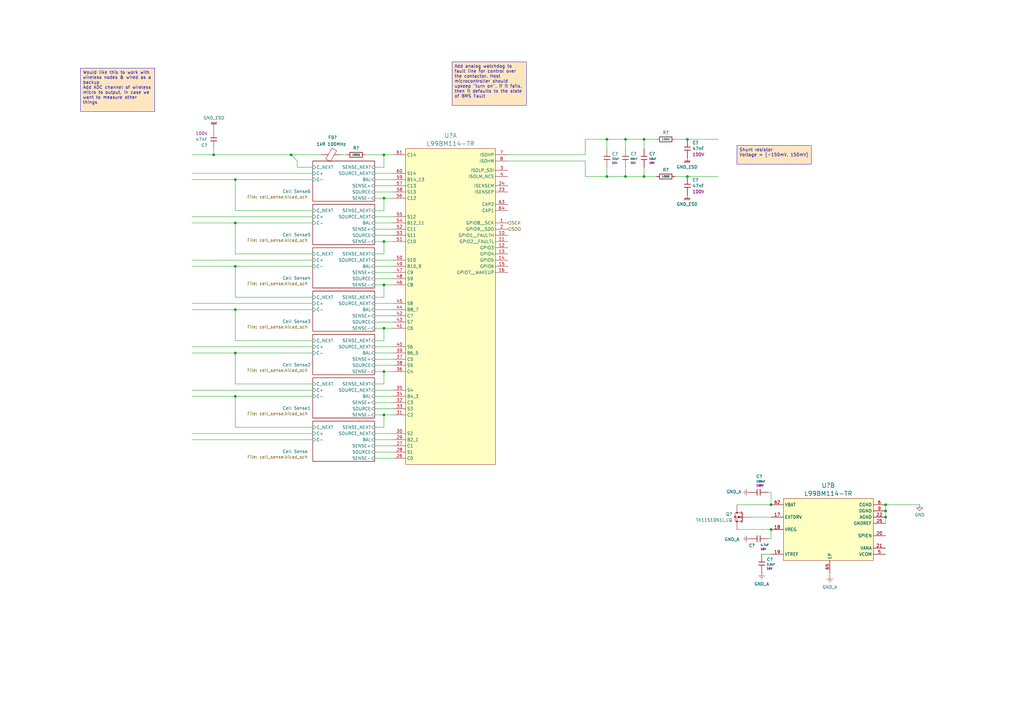
<source format=kicad_sch>
(kicad_sch (version 20250114) (generator "eeschema") (generator_version "9.0")
  (paper "A3")
  (lib_symbols
    (symbol "L99BM114-TR_1"
      (property "Reference" "U" (at -17.526 -67.818 0))
      (property "Value" "L99BM114-TR" (at 19.304 -49.784 0))
      (symbol "L99BM114-TR_1_1_0"
        (rectangle (start -17.78 49.53) (end 19.05 -80.01) (stroke (width 0) (color 128 0 0 1)) (fill (type background)))
        (pin passive line (at -22.86 46.99 0) (length 5.08) (name "C14") (number "61"))
        (pin passive line (at -22.86 39.37 0) (length 5.08) (name "S14") (number "60"))
        (pin passive line (at -22.86 36.83 0) (length 5.08) (name "B14_13") (number "59"))
        (pin passive line (at -22.86 34.29 0) (length 5.08) (name "C13") (number "57"))
        (pin passive line (at -22.86 31.75 0) (length 5.08) (name "S13") (number "58"))
        (pin passive line (at -22.86 29.21 0) (length 5.08) (name "C12") (number "56"))
        (pin passive line (at -22.86 21.59 0) (length 5.08) (name "S12") (number "55"))
        (pin passive line (at -22.86 19.05 0) (length 5.08) (name "B12_11") (number "54"))
        (pin passive line (at -22.86 16.51 0) (length 5.08) (name "C11") (number "52"))
        (pin passive line (at -22.86 13.97 0) (length 5.08) (name "S11") (number "53"))
        (pin passive line (at -22.86 11.43 0) (length 5.08) (name "C10") (number "51"))
        (pin passive line (at -22.86 3.81 0) (length 5.08) (name "S10") (number "50"))
        (pin passive line (at -22.86 1.27 0) (length 5.08) (name "B10_9") (number "49"))
        (pin passive line (at -22.86 -1.27 0) (length 5.08) (name "C9") (number "47"))
        (pin passive line (at -22.86 -3.81 0) (length 5.08) (name "S9") (number "48"))
        (pin passive line (at -22.86 -6.35 0) (length 5.08) (name "C8") (number "46"))
        (pin passive line (at -22.86 -13.97 0) (length 5.08) (name "S8") (number "45"))
        (pin passive line (at -22.86 -16.51 0) (length 5.08) (name "B8_7") (number "44"))
        (pin passive line (at -22.86 -19.05 0) (length 5.08) (name "C7") (number "42"))
        (pin passive line (at -22.86 -21.59 0) (length 5.08) (name "S7") (number "43"))
        (pin passive line (at -22.86 -24.13 0) (length 5.08) (name "C6") (number "41"))
        (pin passive line (at -22.86 -31.75 0) (length 5.08) (name "S6") (number "40"))
        (pin passive line (at -22.86 -34.29 0) (length 5.08) (name "B6_5") (number "39"))
        (pin passive line (at -22.86 -36.83 0) (length 5.08) (name "C5") (number "37"))
        (pin passive line (at -22.86 -39.37 0) (length 5.08) (name "S5") (number "38"))
        (pin passive line (at -22.86 -41.91 0) (length 5.08) (name "C4") (number "36"))
        (pin passive line (at -22.86 -49.53 0) (length 5.08) (name "S4") (number "35"))
        (pin passive line (at -22.86 -52.07 0) (length 5.08) (name "B4_3") (number "34"))
        (pin passive line (at -22.86 -54.61 0) (length 5.08) (name "C3") (number "32"))
        (pin passive line (at -22.86 -57.15 0) (length 5.08) (name "S3") (number "33"))
        (pin passive line (at -22.86 -59.69 0) (length 5.08) (name "C2") (number "31"))
        (pin passive line (at -22.86 -67.31 0) (length 5.08) (name "S2") (number "30"))
        (pin passive line (at -22.86 -69.85 0) (length 5.08) (name "B2_1") (number "29"))
        (pin passive line (at -22.86 -72.39 0) (length 5.08) (name "C1") (number "27"))
        (pin passive line (at -22.86 -74.93 0) (length 5.08) (name "S1") (number "28"))
        (pin passive line (at -22.86 -77.47 0) (length 5.08) (name "C0") (number "26"))
        (pin passive line (at 24.13 46.99 180) (length 5.08) (name "ISOHP") (number "7"))
        (pin passive line (at 24.13 44.45 180) (length 5.08) (name "ISOHM") (number "8"))
        (pin passive line (at 24.13 40.64 180) (length 5.08) (name "ISOLP_SDI") (number "3"))
        (pin passive line (at 24.13 38.1 180) (length 5.08) (name "ISOLM_NCS") (number "4"))
        (pin passive line (at 24.13 34.29 180) (length 5.08) (name "ISENSEM") (number "24"))
        (pin passive line (at 24.13 31.75 180) (length 5.08) (name "ISENSEP") (number "23"))
        (pin passive line (at 24.13 26.67 180) (length 5.08) (name "CAP2") (number "63"))
        (pin passive line (at 24.13 24.13 180) (length 5.08) (name "CAP1") (number "64"))
        (pin passive line (at 24.13 19.05 180) (length 5.08) (name "GPIO8__SCK") (number "1"))
        (pin passive line (at 24.13 16.51 180) (length 5.08) (name "GPIO9__SDO") (number "2"))
        (pin passive line (at 24.13 13.97 180) (length 5.08) (name "GPIO1__FAULTH") (number "10"))
        (pin passive line (at 24.13 11.43 180) (length 5.08) (name "GPIO2__FAULTL") (number "11"))
        (pin passive line (at 24.13 8.89 180) (length 5.08) (name "GPIO3") (number "12"))
        (pin passive line (at 24.13 6.35 180) (length 5.08) (name "GPIO4") (number "13"))
        (pin passive line (at 24.13 3.81 180) (length 5.08) (name "GPIO5") (number "14"))
        (pin passive line (at 24.13 1.27 180) (length 5.08) (name "GPIO6") (number "15"))
        (pin passive line (at 24.13 -1.27 180) (length 5.08) (name "GPIO7__WAKEUP") (number "16"))
      )
      (symbol "L99BM114-TR_1_2_0"
        (rectangle (start -19.05 12.7) (end 17.78 -12.7) (stroke (width 0) (color 128 0 0 1)) (fill (type background)))
        (pin passive line (at -24.13 10.16 0) (length 5.08) (name "VBAT") (number "62"))
        (pin passive line (at -24.13 5.08 0) (length 5.08) (name "EXTDRV") (number "17"))
        (pin passive line (at -24.13 0 0) (length 5.08) (name "VREG") (number "18"))
        (pin passive line (at -24.13 -10.16 0) (length 5.08) (name "VTREF") (number "19"))
        (pin passive line (at 0 -17.78 90) (length 5.08) (name "EP") (number "65"))
        (pin passive line (at 22.86 10.16 180) (length 5.08) (name "CGND") (number "6"))
        (pin passive line (at 22.86 7.62 180) (length 5.08) (name "DGND") (number "9"))
        (pin passive line (at 22.86 5.08 180) (length 5.08) (name "AGND") (number "22"))
        (pin passive line (at 22.86 2.54 180) (length 5.08) (name "GNDREF") (number "25"))
        (pin passive line (at 22.86 -2.54 180) (length 5.08) (name "SPIEN") (number "20"))
        (pin passive line (at 22.86 -7.62 180) (length 5.08) (name "VANA") (number "21"))
        (pin passive line (at 22.86 -10.16 180) (length 5.08) (name "VCOM") (number "5"))
      )
    )
    (symbol "PCM_JLCPCB-Capacitors:0402,33pF" (pin_numbers (hide yes)) (pin_names (offset 0))
      (property "Reference" "C" (at 2.032 1.668 0))
      (property "Value" "33pF" (at 2.032 -0.3782 0))
      (property "Voltage Rated" "50V" (at 2.032 -2.0462 0))
      (symbol "0402,33pF_0_1"
        (polyline (pts (xy -1.27 0.635) (xy 1.27 0.635)) (stroke (width 0.254)))
        (polyline (pts (xy -1.27 -0.635) (xy 1.27 -0.635)) (stroke (width 0.254)))
      )
      (symbol "0402,33pF_1_1"
        (pin passive line (at 0 3.81 270) (length 3.175) (name "~") (number "1"))
        (pin passive line (at 0 -3.81 90) (length 3.175) (name "~") (number "2"))
      )
    )
    (symbol "PCM_JLCPCB-Capacitors:0603,10uF" (pin_numbers (hide yes)) (pin_names (offset 0))
      (property "Reference" "C" (at 2.032 1.668 0))
      (property "Value" "10uF" (at 2.032 -0.3782 0))
      (property "Voltage Rated" "10V" (at 2.032 -2.0462 0))
      (symbol "0603,10uF_0_1"
        (polyline (pts (xy -1.27 0.635) (xy 1.27 0.635)) (stroke (width 0.254)))
        (polyline (pts (xy -1.27 -0.635) (xy 1.27 -0.635)) (stroke (width 0.254)))
      )
      (symbol "0603,10uF_1_1"
        (pin passive line (at 0 3.81 270) (length 3.175) (name "~") (number "1"))
        (pin passive line (at 0 -3.81 90) (length 3.175) (name "~") (number "2"))
      )
    )
    (symbol "PCM_JLCPCB-Capacitors:0603,2.2uF" (pin_numbers (hide yes)) (pin_names (offset 0))
      (property "Reference" "C" (at 2.032 1.668 0))
      (property "Value" "2.2uF" (at 2.032 -0.3782 0))
      (property "Voltage Rated" "16V" (at 2.032 -2.0462 0))
      (symbol "0603,2.2uF_0_1"
        (polyline (pts (xy -1.27 0.635) (xy 1.27 0.635)) (stroke (width 0.254)))
        (polyline (pts (xy -1.27 -0.635) (xy 1.27 -0.635)) (stroke (width 0.254)))
      )
      (symbol "0603,2.2uF_1_1"
        (pin passive line (at 0 3.81 270) (length 3.175) (name "~") (number "1"))
        (pin passive line (at 0 -3.81 90) (length 3.175) (name "~") (number "2"))
      )
    )
    (symbol "PCM_JLCPCB-Capacitors:0603,4.7uF" (pin_numbers (hide yes)) (pin_names (offset 0))
      (property "Reference" "C" (at 2.032 1.668 0))
      (property "Value" "4.7uF" (at 2.032 -0.3782 0))
      (property "Voltage Rated" "16V" (at 2.032 -2.0462 0))
      (symbol "0603,4.7uF_0_1"
        (polyline (pts (xy -1.27 0.635) (xy 1.27 0.635)) (stroke (width 0.254)))
        (polyline (pts (xy -1.27 -0.635) (xy 1.27 -0.635)) (stroke (width 0.254)))
      )
      (symbol "0603,4.7uF_1_1"
        (pin passive line (at 0 3.81 270) (length 3.175) (name "~") (number "1"))
        (pin passive line (at 0 -3.81 90) (length 3.175) (name "~") (number "2"))
      )
    )
    (symbol "PCM_JLCPCB-Capacitors:0603,68nF" (pin_numbers (hide yes)) (pin_names (offset 0))
      (property "Reference" "C" (at 2.032 1.668 0))
      (property "Value" "68nF" (at 2.032 -0.3782 0))
      (property "Voltage Rated" "50V" (at 2.032 -2.0462 0))
      (symbol "0603,68nF_0_1"
        (polyline (pts (xy -1.27 0.635) (xy 1.27 0.635)) (stroke (width 0.254)))
        (polyline (pts (xy -1.27 -0.635) (xy 1.27 -0.635)) (stroke (width 0.254)))
      )
      (symbol "0603,68nF_1_1"
        (pin passive line (at 0 3.81 270) (length 3.175) (name "~") (number "1"))
        (pin passive line (at 0 -3.81 90) (length 3.175) (name "~") (number "2"))
      )
    )
    (symbol "PCM_JLCPCB-Capacitors:0805,100nF" (pin_numbers (hide yes)) (pin_names (offset 0))
      (property "Reference" "C" (at 2.032 1.668 0))
      (property "Value" "100nF" (at 2.032 -0.3782 0))
      (property "Voltage Rated" "100V" (at 2.032 -2.0462 0))
      (symbol "0805,100nF_0_1"
        (polyline (pts (xy -1.27 0.635) (xy 1.27 0.635)) (stroke (width 0.254)))
        (polyline (pts (xy -1.27 -0.635) (xy 1.27 -0.635)) (stroke (width 0.254)))
      )
      (symbol "0805,100nF_1_1"
        (pin passive line (at 0 3.81 270) (length 3.175) (name "~") (number "1"))
        (pin passive line (at 0 -3.81 90) (length 3.175) (name "~") (number "2"))
      )
    )
    (symbol "PCM_JLCPCB-Resistors:0402,100Ω" (pin_numbers (hide yes)) (pin_names (offset 0))
      (property "Reference" "R" (at 1.778 0 0))
      (property "Value" "100Ω" (at 0 0 90))
      (symbol "0402,100Ω_0_1"
        (rectangle (start -1.016 2.54) (end 1.016 -2.54) (stroke (width 0.254)))
      )
      (symbol "0402,100Ω_1_1"
        (pin passive line (at 0 3.81 270) (length 1.27) (name "~") (number "1"))
        (pin passive line (at 0 -3.81 90) (length 1.27) (name "~") (number "2"))
      )
    )
    (symbol "ct_lib:CC0603KRX7R0BB473" (pin_numbers (hide yes)) (pin_names (offset 0) (hide yes))
      (property "Reference" "C" (at 0 0 0))
      (property "Value" "47nF" (at 0 0 0))
      (property "Voltage Rated" "100V" (at 0 0 0))
      (symbol "CC0603KRX7R0BB473_0_1"
        (polyline (pts (xy -1.27 0.635) (xy 1.27 0.635)) (stroke (width 0.254)))
        (polyline (pts (xy -1.27 -0.635) (xy 1.27 -0.635)) (stroke (width 0.254)))
      )
      (symbol "CC0603KRX7R0BB473_1_1"
        (pin passive line (at 0 3.81 270) (length 3.175) (name "~") (number "1"))
        (pin passive line (at 0 -3.81 90) (length 3.175) (name "~") (number "2"))
      )
    )
    (symbol "ct_lib:L99BM114-TR"
      (property "Reference" "U" (at -17.526 -50.038 0))
      (property "Value" "L99BM114-TR" (at 19.304 -49.784 0))
      (symbol "L99BM114-TR_1_0"
        (rectangle (start -17.78 46.99) (end 19.05 -46.99) (stroke (width 0) (color 128 0 0 1)) (fill (type background)))
        (pin passive line (at -22.86 44.45 0) (length 5.08) (name "C14") (number "61"))
        (pin passive line (at -22.86 41.91 0) (length 5.08) (name "S14") (number "60"))
        (pin passive line (at -22.86 39.37 0) (length 5.08) (name "B14_13") (number "59"))
        (pin passive line (at -22.86 36.83 0) (length 5.08) (name "C13") (number "57"))
        (pin passive line (at -22.86 34.29 0) (length 5.08) (name "S13") (number "58"))
        (pin passive line (at -22.86 31.75 0) (length 5.08) (name "C12") (number "56"))
        (pin passive line (at -22.86 29.21 0) (length 5.08) (name "S12") (number "55"))
        (pin passive line (at -22.86 26.67 0) (length 5.08) (name "B12_11") (number "54"))
        (pin passive line (at -22.86 24.13 0) (length 5.08) (name "C11") (number "52"))
        (pin passive line (at -22.86 21.59 0) (length 5.08) (name "S11") (number "53"))
        (pin passive line (at -22.86 19.05 0) (length 5.08) (name "C10") (number "51"))
        (pin passive line (at -22.86 16.51 0) (length 5.08) (name "S10") (number "50"))
        (pin passive line (at -22.86 13.97 0) (length 5.08) (name "B10_9") (number "49"))
        (pin passive line (at -22.86 11.43 0) (length 5.08) (name "C9") (number "47"))
        (pin passive line (at -22.86 8.89 0) (length 5.08) (name "S9") (number "48"))
        (pin passive line (at -22.86 6.35 0) (length 5.08) (name "C8") (number "46"))
        (pin passive line (at -22.86 3.81 0) (length 5.08) (name "S8") (number "45"))
        (pin passive line (at -22.86 1.27 0) (length 5.08) (name "B8_7") (number "44"))
        (pin passive line (at -22.86 -1.27 0) (length 5.08) (name "C7") (number "42"))
        (pin passive line (at -22.86 -3.81 0) (length 5.08) (name "S7") (number "43"))
        (pin passive line (at -22.86 -6.35 0) (length 5.08) (name "C6") (number "41"))
        (pin passive line (at -22.86 -8.89 0) (length 5.08) (name "S6") (number "40"))
        (pin passive line (at -22.86 -11.43 0) (length 5.08) (name "B6_5") (number "39"))
        (pin passive line (at -22.86 -13.97 0) (length 5.08) (name "C5") (number "37"))
        (pin passive line (at -22.86 -16.51 0) (length 5.08) (name "S5") (number "38"))
        (pin passive line (at -22.86 -19.05 0) (length 5.08) (name "C4") (number "36"))
        (pin passive line (at -22.86 -21.59 0) (length 5.08) (name "S4") (number "35"))
        (pin passive line (at -22.86 -24.13 0) (length 5.08) (name "B4_3") (number "34"))
        (pin passive line (at -22.86 -26.67 0) (length 5.08) (name "C3") (number "32"))
        (pin passive line (at -22.86 -29.21 0) (length 5.08) (name "S3") (number "33"))
        (pin passive line (at -22.86 -31.75 0) (length 5.08) (name "C2") (number "31"))
        (pin passive line (at -22.86 -34.29 0) (length 5.08) (name "S2") (number "30"))
        (pin passive line (at -22.86 -36.83 0) (length 5.08) (name "B2_1") (number "29"))
        (pin passive line (at -22.86 -39.37 0) (length 5.08) (name "C1") (number "27"))
        (pin passive line (at -22.86 -41.91 0) (length 5.08) (name "S1") (number "28"))
        (pin passive line (at -22.86 -44.45 0) (length 5.08) (name "C0") (number "26"))
        (pin passive line (at 24.13 43.18 180) (length 5.08) (name "ISOHP") (number "7"))
        (pin passive line (at 24.13 40.64 180) (length 5.08) (name "ISOHM") (number "8"))
        (pin passive line (at 24.13 36.83 180) (length 5.08) (name "ISOLP_SDI") (number "3"))
        (pin passive line (at 24.13 34.29 180) (length 5.08) (name "ISOLM_NCS") (number "4"))
        (pin passive line (at 24.13 30.48 180) (length 5.08) (name "ISENSEM") (number "24"))
        (pin passive line (at 24.13 27.94 180) (length 5.08) (name "ISENSEP") (number "23"))
        (pin passive line (at 24.13 22.86 180) (length 5.08) (name "CAP2") (number "63"))
        (pin passive line (at 24.13 20.32 180) (length 5.08) (name "CAP1") (number "64"))
        (pin passive line (at 24.13 15.24 180) (length 5.08) (name "GPIO8__SCK") (number "1"))
        (pin passive line (at 24.13 12.7 180) (length 5.08) (name "GPIO9__SDO") (number "2"))
        (pin passive line (at 24.13 10.16 180) (length 5.08) (name "GPIO1__FAULTH") (number "10"))
        (pin passive line (at 24.13 7.62 180) (length 5.08) (name "GPIO2__FAULTL") (number "11"))
        (pin passive line (at 24.13 5.08 180) (length 5.08) (name "GPIO3") (number "12"))
        (pin passive line (at 24.13 2.54 180) (length 5.08) (name "GPIO4") (number "13"))
        (pin passive line (at 24.13 0 180) (length 5.08) (name "GPIO5") (number "14"))
        (pin passive line (at 24.13 -2.54 180) (length 5.08) (name "GPIO6") (number "15"))
        (pin passive line (at 24.13 -5.08 180) (length 5.08) (name "GPIO7__WAKEUP") (number "16"))
      )
      (symbol "L99BM114-TR_2_0"
        (rectangle (start -19.05 12.7) (end 17.78 -12.7) (stroke (width 0) (color 128 0 0 1)) (fill (type background)))
        (pin passive line (at -24.13 10.16 0) (length 5.08) (name "VBAT") (number "62"))
        (pin passive line (at -24.13 5.08 0) (length 5.08) (name "EXTDRV") (number "17"))
        (pin passive line (at -24.13 0 0) (length 5.08) (name "VREG") (number "18"))
        (pin passive line (at -24.13 -10.16 0) (length 5.08) (name "VTREF") (number "19"))
        (pin passive line (at 0 -17.78 90) (length 5.08) (name "EP") (number "65"))
        (pin passive line (at 22.86 10.16 180) (length 5.08) (name "CGND") (number "6"))
        (pin passive line (at 22.86 7.62 180) (length 5.08) (name "DGND") (number "9"))
        (pin passive line (at 22.86 5.08 180) (length 5.08) (name "AGND") (number "22"))
        (pin passive line (at 22.86 2.54 180) (length 5.08) (name "GNDREF") (number "25"))
        (pin passive line (at 22.86 -2.54 180) (length 5.08) (name "SPIEN") (number "20"))
        (pin passive line (at 22.86 -7.62 180) (length 5.08) (name "VANA") (number "21"))
        (pin passive line (at 22.86 -10.16 180) (length 5.08) (name "VCOM") (number "5"))
      )
    )
    (symbol "ct_lib:MPZ2012S102ATD25" (pin_numbers (hide yes)) (pin_names (offset 0) (hide yes))
      (property "Reference" "FB" (at 0 0 0))
      (property "Value" "1kR 100MHz" (at 0 0 0))
      (symbol "MPZ2012S102ATD25_0_1"
        (polyline (pts (xy -2.7686 0.4064) (xy -1.7018 2.2606) (xy 2.7686 -0.3048) (xy 1.6764 -2.159) (xy -2.7686 0.4064)))
        (polyline (pts (xy 0 1.27) (xy 0 1.2954)))
        (polyline (pts (xy 0 -1.27) (xy 0 -1.2192)))
      )
      (symbol "MPZ2012S102ATD25_1_1"
        (pin passive line (at 0 3.81 270) (length 2.54) (name "~") (number "1"))
        (pin passive line (at 0 -3.81 90) (length 2.54) (name "~") (number "2"))
      )
    )
    (symbol "ct_lib:TK11S10N1L,LQ" (pin_numbers (hide yes)) (pin_names (offset 0) (hide yes))
      (property "Reference" "Q" (at 1.27 0 0))
      (property "Value" "TK11S10N1L,LQ" (at 0 0 0))
      (symbol "TK11S10N1L,LQ_0_1"
        (polyline (pts (xy 0.254 1.905) (xy 0.254 -1.905)) (stroke (width 0.254)))
        (polyline (pts (xy 0.254 0) (xy -1.27 0)))
        (polyline (pts (xy 0.762 2.286) (xy 0.762 1.27)) (stroke (width 0.254)))
        (polyline (pts (xy 0.762 0.508) (xy 0.762 -0.508)) (stroke (width 0.254)))
        (polyline (pts (xy 0.762 -1.27) (xy 0.762 -2.286)) (stroke (width 0.254)))
        (polyline (pts (xy 0.762 -1.778) (xy 3.302 -1.778) (xy 3.302 1.778) (xy 0.762 1.778)))
        (polyline (pts (xy 1.016 0) (xy 2.032 0.381) (xy 2.032 -0.381) (xy 1.016 0)) (fill (type outline)))
        (polyline (pts (xy 2.54 2.54) (xy 2.54 1.778)))
        (circle (center 2.54 1.778) (radius 0.254) (fill (type outline)))
        (circle (center 2.54 -1.778) (radius 0.254) (fill (type outline)))
        (polyline (pts (xy 2.54 -2.54) (xy 2.54 0) (xy 0.762 0)))
        (polyline (pts (xy 2.794 0.508) (xy 2.921 0.381) (xy 3.683 0.381) (xy 3.81 0.254)))
        (polyline (pts (xy 3.302 0.381) (xy 2.921 -0.254) (xy 3.683 -0.254) (xy 3.302 0.381)))
      )
      (symbol "TK11S10N1L,LQ_1_1"
        (pin input line (at -3.81 0 0) (length 2.54) (name "G") (number "1"))
        (pin passive line (at 2.54 5.08 270) (length 2.54) (name "D") (number "3"))
        (pin passive line (at 2.54 -5.08 90) (length 2.54) (name "S") (number "2"))
      )
    )
    (symbol "power:GND" (power) (pin_numbers (hide yes)) (pin_names (offset 0) (hide yes))
      (property "Value" "GND" (at 0 -3.81 0))
      (symbol "GND_0_1"
        (polyline (pts (xy 0 0) (xy 0 -1.27) (xy 1.27 -1.27) (xy 0 -2.54) (xy -1.27 -1.27) (xy 0 -1.27)))
      )
      (symbol "GND_1_1"
        (pin power_in line (at 0 0 270) (length 0) (name "~") (number "1"))
      )
    )
    (symbol "power:GNDPWR" (power) (pin_numbers (hide yes)) (pin_names (offset 0) (hide yes))
      (property "Value" "GNDPWR" (at 0 -3.302 0))
      (symbol "GNDPWR_0_1"
        (polyline (pts (xy -1.016 -1.27) (xy -1.27 -2.032) (xy -1.27 -2.032)) (stroke (width 0.2032)))
        (polyline (pts (xy -0.508 -1.27) (xy -0.762 -2.032) (xy -0.762 -2.032)) (stroke (width 0.2032)))
        (polyline (pts (xy 0 -1.27) (xy 0 0)))
        (polyline (pts (xy 0 -1.27) (xy -0.254 -2.032) (xy -0.254 -2.032)) (stroke (width 0.2032)))
        (polyline (pts (xy 0.508 -1.27) (xy 0.254 -2.032) (xy 0.254 -2.032)) (stroke (width 0.2032)))
        (polyline (pts (xy 1.016 -1.27) (xy -1.016 -1.27) (xy -1.016 -1.27)) (stroke (width 0.2032)))
        (polyline (pts (xy 1.016 -1.27) (xy 0.762 -2.032) (xy 0.762 -2.032) (xy 0.762 -2.032)) (stroke (width 0.2032)))
      )
      (symbol "GNDPWR_1_1"
        (pin power_in line (at 0 0 270) (length 0) (name "~") (number "1"))
      )
    )
    (symbol "power:GNDREF" (power) (pin_numbers (hide yes)) (pin_names (offset 0) (hide yes))
      (property "Value" "GNDREF" (at 0 -3.81 0))
      (symbol "GNDREF_0_1"
        (polyline (pts (xy -0.635 -1.905) (xy 0.635 -1.905)))
        (polyline (pts (xy -0.127 -2.54) (xy 0.127 -2.54)))
        (polyline (pts (xy 0 -1.27) (xy 0 0)))
        (polyline (pts (xy 1.27 -1.27) (xy -1.27 -1.27)))
      )
      (symbol "GNDREF_1_1"
        (pin power_in line (at 0 0 270) (length 0) (name "~") (number "1"))
      )
    )
  )
  (text_box "Shunt resistor\nVoltage = [-150mV, 150mV]\n" (at 302.26 59.69 0) (size 30.48 7.62) (margins 0.9525 0.9525 0.9525 0.9525) (fill (type color) (color 255 230 191 1)) (effects (font (size 1.27 1.27)) (justify left top)))
  (text_box "Would like this to work with wireless nodes & wired as a backup\nAdd ADC channel of wireless micro to output, in case we want to measure other things" (at 33.02 27.94 0) (size 30.48 17.78) (margins 0.9525 0.9525 0.9525 0.9525) (fill (type color) (color 255 230 191 1)) (effects (font (size 1.27 1.27)) (justify left top)))
  (text_box "Add analog watchdog to fault line for control over the contactor. Host microcontroller should upkeep \"turn on\", if it fails, then it defaults to the state of BMS Fault" (at 185.42 25.4 0) (size 30.48 17.78) (margins 0.9525 0.9525 0.9525 0.9525) (fill (type color) (color 255 230 191 1)) (effects (font (size 1.27 1.27)) (justify left top)))
  (junction (at 157.48 116.84))
  (junction (at 96.52 91.44))
  (junction (at 157.48 81.28))
  (junction (at 316.23 217.17))
  (junction (at 87.63 63.5))
  (junction (at 363.22 209.55))
  (junction (at 96.52 109.22))
  (junction (at 157.48 152.4))
  (junction (at 264.16 57.15))
  (junction (at 96.52 73.66))
  (junction (at 157.48 134.62))
  (junction (at 363.22 212.09))
  (junction (at 96.52 127))
  (junction (at 96.52 162.56))
  (junction (at 157.48 99.06))
  (junction (at 264.16 72.39))
  (junction (at 248.92 72.39))
  (junction (at 281.94 72.39))
  (junction (at 256.54 57.15))
  (junction (at 119.38 63.5))
  (junction (at 157.48 170.18))
  (junction (at 316.23 207.01))
  (junction (at 96.52 144.78))
  (junction (at 256.54 72.39))
  (junction (at 157.48 63.5))
  (junction (at 281.94 57.15))
  (junction (at 248.92 57.15))
  (junction (at 363.22 207.01))
  (bus_entry (at 121.92 66.04) (size -2.54 -2.54))
  (wire (pts (xy 153.67 144.78) (xy 161.29 144.78)))
  (wire (pts (xy 240.03 63.5) (xy 240.03 57.15)))
  (wire (pts (xy 314.96 201.93) (xy 316.23 201.93)))
  (wire (pts (xy 276.86 72.39) (xy 281.94 72.39)))
  (wire (pts (xy 78.74 127) (xy 96.52 127)))
  (wire (pts (xy 248.92 68.58) (xy 248.92 72.39)))
  (wire (pts (xy 157.48 152.4) (xy 157.48 157.48)))
  (wire (pts (xy 153.67 99.06) (xy 157.48 99.06)))
  (wire (pts (xy 96.52 157.48) (xy 96.52 144.78)))
  (wire (pts (xy 78.74 63.5) (xy 87.63 63.5)))
  (wire (pts (xy 157.48 63.5) (xy 161.29 63.5)))
  (wire (pts (xy 264.16 68.58) (xy 264.16 72.39)))
  (wire (pts (xy 256.54 72.39) (xy 264.16 72.39)))
  (wire (pts (xy 96.52 104.14) (xy 96.52 91.44)))
  (wire (pts (xy 128.27 157.48) (xy 96.52 157.48)))
  (wire (pts (xy 78.74 71.12) (xy 128.27 71.12)))
  (wire (pts (xy 153.67 152.4) (xy 157.48 152.4)))
  (wire (pts (xy 153.67 104.14) (xy 157.48 104.14)))
  (wire (pts (xy 153.67 73.66) (xy 161.29 73.66)))
  (wire (pts (xy 157.48 170.18) (xy 157.48 175.26)))
  (wire (pts (xy 240.03 57.15) (xy 248.92 57.15)))
  (wire (pts (xy 96.52 121.92) (xy 96.52 109.22)))
  (wire (pts (xy 256.54 60.96) (xy 256.54 57.15)))
  (wire (pts (xy 308.61 212.09) (xy 316.23 212.09)))
  (wire (pts (xy 157.48 116.84) (xy 161.29 116.84)))
  (wire (pts (xy 78.74 73.66) (xy 96.52 73.66)))
  (wire (pts (xy 153.67 127) (xy 161.29 127)))
  (wire (pts (xy 153.67 96.52) (xy 161.29 96.52)))
  (wire (pts (xy 302.26 217.17) (xy 316.23 217.17)))
  (wire (pts (xy 153.67 78.74) (xy 161.29 78.74)))
  (wire (pts (xy 240.03 66.04) (xy 240.03 72.39)))
  (wire (pts (xy 248.92 72.39) (xy 256.54 72.39)))
  (wire (pts (xy 78.74 144.78) (xy 96.52 144.78)))
  (wire (pts (xy 87.63 60.96) (xy 87.63 63.5)))
  (wire (pts (xy 153.67 162.56) (xy 161.29 162.56)))
  (wire (pts (xy 248.92 57.15) (xy 256.54 57.15)))
  (wire (pts (xy 157.48 116.84) (xy 157.48 121.92)))
  (wire (pts (xy 208.28 63.5) (xy 240.03 63.5)))
  (wire (pts (xy 157.48 81.28) (xy 157.48 86.36)))
  (wire (pts (xy 157.48 99.06) (xy 161.29 99.06)))
  (wire (pts (xy 281.94 57.15) (xy 294.64 57.15)))
  (wire (pts (xy 121.92 68.58) (xy 121.92 66.04)))
  (wire (pts (xy 153.67 76.2) (xy 161.29 76.2)))
  (wire (pts (xy 153.67 88.9) (xy 161.29 88.9)))
  (wire (pts (xy 302.26 207.01) (xy 316.23 207.01)))
  (wire (pts (xy 78.74 177.8) (xy 128.27 177.8)))
  (wire (pts (xy 153.67 177.8) (xy 161.29 177.8)))
  (wire (pts (xy 96.52 109.22) (xy 128.27 109.22)))
  (wire (pts (xy 363.22 207.01) (xy 363.22 209.55)))
  (wire (pts (xy 153.67 182.88) (xy 161.29 182.88)))
  (wire (pts (xy 256.54 57.15) (xy 264.16 57.15)))
  (wire (pts (xy 157.48 134.62) (xy 161.29 134.62)))
  (wire (pts (xy 153.67 93.98) (xy 161.29 93.98)))
  (wire (pts (xy 119.38 63.5) (xy 132.08 63.5)))
  (wire (pts (xy 153.67 167.64) (xy 161.29 167.64)))
  (wire (pts (xy 78.74 142.24) (xy 128.27 142.24)))
  (wire (pts (xy 142.24 63.5) (xy 139.7 63.5)))
  (wire (pts (xy 276.86 57.15) (xy 281.94 57.15)))
  (wire (pts (xy 264.16 72.39) (xy 269.24 72.39)))
  (wire (pts (xy 96.52 144.78) (xy 128.27 144.78)))
  (wire (pts (xy 153.67 106.68) (xy 161.29 106.68)))
  (wire (pts (xy 96.52 73.66) (xy 128.27 73.66)))
  (wire (pts (xy 78.74 106.68) (xy 128.27 106.68)))
  (wire (pts (xy 78.74 88.9) (xy 128.27 88.9)))
  (wire (pts (xy 264.16 60.96) (xy 264.16 57.15)))
  (wire (pts (xy 157.48 68.58) (xy 157.48 63.5)))
  (wire (pts (xy 128.27 139.7) (xy 96.52 139.7)))
  (wire (pts (xy 363.22 207.01) (xy 377.19 207.01)))
  (wire (pts (xy 78.74 109.22) (xy 96.52 109.22)))
  (wire (pts (xy 87.63 52.07) (xy 87.63 53.34)))
  (wire (pts (xy 153.67 116.84) (xy 157.48 116.84)))
  (wire (pts (xy 363.22 209.55) (xy 363.22 212.09)))
  (wire (pts (xy 153.67 86.36) (xy 157.48 86.36)))
  (wire (pts (xy 78.74 124.46) (xy 128.27 124.46)))
  (wire (pts (xy 240.03 72.39) (xy 248.92 72.39)))
  (wire (pts (xy 157.48 134.62) (xy 157.48 139.7)))
  (wire (pts (xy 153.67 147.32) (xy 161.29 147.32)))
  (wire (pts (xy 281.94 72.39) (xy 294.64 72.39)))
  (wire (pts (xy 128.27 175.26) (xy 96.52 175.26)))
  (wire (pts (xy 153.67 121.92) (xy 157.48 121.92)))
  (wire (pts (xy 153.67 109.22) (xy 161.29 109.22)))
  (wire (pts (xy 78.74 180.34) (xy 128.27 180.34)))
  (wire (pts (xy 153.67 132.08) (xy 161.29 132.08)))
  (wire (pts (xy 248.92 60.96) (xy 248.92 57.15)))
  (wire (pts (xy 153.67 165.1) (xy 161.29 165.1)))
  (wire (pts (xy 153.67 129.54) (xy 161.29 129.54)))
  (wire (pts (xy 153.67 175.26) (xy 157.48 175.26)))
  (wire (pts (xy 153.67 180.34) (xy 161.29 180.34)))
  (wire (pts (xy 157.48 99.06) (xy 157.48 104.14)))
  (wire (pts (xy 153.67 134.62) (xy 157.48 134.62)))
  (wire (pts (xy 153.67 170.18) (xy 157.48 170.18)))
  (wire (pts (xy 153.67 142.24) (xy 161.29 142.24)))
  (wire (pts (xy 96.52 175.26) (xy 96.52 162.56)))
  (wire (pts (xy 153.67 91.44) (xy 161.29 91.44)))
  (wire (pts (xy 96.52 127) (xy 128.27 127)))
  (wire (pts (xy 96.52 86.36) (xy 96.52 73.66)))
  (wire (pts (xy 128.27 121.92) (xy 96.52 121.92)))
  (wire (pts (xy 157.48 170.18) (xy 161.29 170.18)))
  (wire (pts (xy 157.48 81.28) (xy 161.29 81.28)))
  (wire (pts (xy 153.67 160.02) (xy 161.29 160.02)))
  (wire (pts (xy 128.27 86.36) (xy 96.52 86.36)))
  (wire (pts (xy 256.54 68.58) (xy 256.54 72.39)))
  (wire (pts (xy 153.67 185.42) (xy 161.29 185.42)))
  (wire (pts (xy 316.23 220.98) (xy 314.96 220.98)))
  (wire (pts (xy 87.63 63.5) (xy 119.38 63.5)))
  (wire (pts (xy 153.67 68.58) (xy 157.48 68.58)))
  (wire (pts (xy 78.74 91.44) (xy 96.52 91.44)))
  (wire (pts (xy 153.67 187.96) (xy 161.29 187.96)))
  (wire (pts (xy 316.23 217.17) (xy 316.23 220.98)))
  (wire (pts (xy 96.52 91.44) (xy 128.27 91.44)))
  (wire (pts (xy 78.74 160.02) (xy 128.27 160.02)))
  (wire (pts (xy 153.67 111.76) (xy 161.29 111.76)))
  (wire (pts (xy 153.67 81.28) (xy 157.48 81.28)))
  (wire (pts (xy 153.67 149.86) (xy 161.29 149.86)))
  (wire (pts (xy 208.28 66.04) (xy 240.03 66.04)))
  (wire (pts (xy 316.23 201.93) (xy 316.23 207.01)))
  (wire (pts (xy 96.52 139.7) (xy 96.52 127)))
  (wire (pts (xy 363.22 212.09) (xy 363.22 214.63)))
  (wire (pts (xy 312.42 227.33) (xy 316.23 227.33)))
  (wire (pts (xy 96.52 162.56) (xy 128.27 162.56)))
  (wire (pts (xy 153.67 114.3) (xy 161.29 114.3)))
  (wire (pts (xy 128.27 104.14) (xy 96.52 104.14)))
  (wire (pts (xy 149.86 63.5) (xy 157.48 63.5)))
  (wire (pts (xy 153.67 157.48) (xy 157.48 157.48)))
  (wire (pts (xy 153.67 71.12) (xy 161.29 71.12)))
  (wire (pts (xy 78.74 162.56) (xy 96.52 162.56)))
  (wire (pts (xy 153.67 124.46) (xy 161.29 124.46)))
  (wire (pts (xy 264.16 57.15) (xy 269.24 57.15)))
  (wire (pts (xy 340.36 234.95) (xy 340.36 236.22)))
  (wire (pts (xy 157.48 152.4) (xy 161.29 152.4)))
  (wire (pts (xy 153.67 139.7) (xy 157.48 139.7)))
  (wire (pts (xy 128.27 68.58) (xy 121.92 68.58)))
  (hierarchical_label "SCK" (shape input) (at 208.28 91.44 0))
  (hierarchical_label "SDO" (shape input) (at 208.28 93.98 0))
  (symbol (lib_id "ct_lib:L99BM114-TR") (at 340.36 217.17 0) (unit 2)
    (property "Reference" "U?" (at 339.725 199.1043 0) (effects (font (size 1.8288 1.8288))))
    (property "Value" "L99BM114-TR" (at 339.725 202.4274 0) (effects (font (size 1.8288 1.8288))))
    (property "Datasheet" "https://www.st.com/resource/en/datasheet/l99bm114.pdf" (effects (hide yes)))
    (property "Description" "Battery Multi-Function Controller IC Lithium Ion 64-TQFP-EP (10x10)" (effects (hide yes)))
    (property "MFG" "STMicroelectronics" (effects (hide yes)))
  )
  (symbol (lib_id "PCM_JLCPCB-Capacitors:0805,100nF") (at 311.15 201.93 270) (unit 1)
    (property "Reference" "C?" (at 310.134 195.4218 90) (effects (justify left)))
    (property "Value" "100nF" (at 310.134 197.468 90) (effects (font (size 0.8 0.8)) (justify left)))
    (property "Footprint" "PCM_JLCPCB:C_0805" (effects (hide yes)))
    (property "Datasheet" "https://www.lcsc.com/datasheet/lcsc_datasheet_2304140030_Samsung-Electro-Mechanics-CL21B104KCFNNNE_C28233.pdf" (effects (hide yes)))
    (property "Description" "100V 100nF X7R ±10% 0805 Multilayer Ceramic Capacitors MLCC - SMD/SMT ROHS" (effects (hide yes)))
    (property "LCSC" "C28233" (effects (hide yes)))
    (property "Stock" "1168020" (effects (hide yes)))
    (property "Price" "0.009USD" (effects (hide yes)))
    (property "Process" "SMT" (effects (hide yes)))
    (property "Minimum Qty" "20" (effects (hide yes)))
    (property "Attrition Qty" "10" (effects (hide yes)))
    (property "Class" "Basic Component" (effects (hide yes)))
    (property "Category" "Capacitors,Multilayer Ceramic Capacitors MLCC - SMD/SMT" (effects (hide yes)))
    (property "Manufacturer" "Samsung Electro-Mechanics" (effects (hide yes)))
    (property "Part" "CL21B104KCFNNNE" (effects (hide yes)))
    (property "Voltage Rated" "100V" (at 310.134 199.136 90) (effects (font (size 0.8 0.8)) (justify left)))
    (property "Tolerance" "±10%" (effects (hide yes)))
    (property "Capacitance" "100nF" (effects (hide yes)))
    (property "Temperature Coefficient" "X7R" (effects (hide yes)))
  )
  (symbol (lib_id "power:GNDREF") (at 307.34 220.98 270) (unit 1)
    (property "Reference" "#PWR?" (effects (hide yes)))
    (property "Value" "GND_A" (at 300.228 221.234 90))
    (property "Description" "Power symbol creates a global label with name \"GNDREF\" , reference supply ground" (effects (hide yes)))
  )
  (symbol (lib_id "power:GNDPWR") (at 87.63 52.07 180) (unit 1)
    (property "Reference" "#PWR?" (effects (hide yes)))
    (property "Value" "GND_ESD" (at 87.757 48.3433 0))
    (property "Description" "Power symbol creates a global label with name \"GNDPWR\" , global ground" (effects (hide yes)))
  )
  (symbol (lib_id "PCM_JLCPCB-Capacitors:0603,4.7uF") (at 311.15 220.98 90) (unit 1)
    (property "Reference" "C?" (at 307.086 223.774 90) (effects (justify right)))
    (property "Value" "4.7uF" (at 311.912 223.52 90) (effects (font (size 0.8 0.8)) (justify right)))
    (property "Footprint" "PCM_JLCPCB:C_0603" (effects (hide yes)))
    (property "Datasheet" "https://www.lcsc.com/datasheet/lcsc_datasheet_2304140030_Samsung-Electro-Mechanics-CL10A475KO8NNNC_C19666.pdf" (effects (hide yes)))
    (property "Description" "16V 4.7uF X5R ±10% 0603 Multilayer Ceramic Capacitors MLCC - SMD/SMT ROHS" (effects (hide yes)))
    (property "LCSC" "C19666" (effects (hide yes)))
    (property "Stock" "4246728" (effects (hide yes)))
    (property "Price" "0.013USD" (effects (hide yes)))
    (property "Process" "SMT" (effects (hide yes)))
    (property "Minimum Qty" "20" (effects (hide yes)))
    (property "Attrition Qty" "10" (effects (hide yes)))
    (property "Class" "Basic Component" (effects (hide yes)))
    (property "Category" "Capacitors,Multilayer Ceramic Capacitors MLCC - SMD/SMT" (effects (hide yes)))
    (property "Manufacturer" "Samsung Electro-Mechanics" (effects (hide yes)))
    (property "Part" "CL10A475KO8NNNC" (effects (hide yes)))
    (property "Voltage Rated" "16V" (at 311.912 225.188 90) (effects (font (size 0.8 0.8)) (justify right)))
    (property "Tolerance" "±10%" (effects (hide yes)))
    (property "Capacitance" "4.7uF" (effects (hide yes)))
    (property "Temperature Coefficient" "X5R" (effects (hide yes)))
  )
  (symbol (lib_id "PCM_JLCPCB-Capacitors:0603,10uF") (at 264.16 64.77 0) (unit 1)
    (property "Reference" "C?" (at 266.192 63.102 0) (effects (justify left)))
    (property "Value" "10uF" (at 266.192 65.1482 0) (effects (font (size 0.8 0.8)) (justify left)))
    (property "Footprint" "PCM_JLCPCB:C_0603" (effects (hide yes)))
    (property "Datasheet" "https://www.lcsc.com/datasheet/lcsc_datasheet_2304140030_Samsung-Electro-Mechanics-CL10A106KP8NNNC_C19702.pdf" (effects (hide yes)))
    (property "Description" "10V 10uF X5R ±10% 0603 Multilayer Ceramic Capacitors MLCC - SMD/SMT ROHS" (effects (hide yes)))
    (property "LCSC" "C19702" (effects (hide yes)))
    (property "Stock" "9881407" (effects (hide yes)))
    (property "Price" "0.009USD" (effects (hide yes)))
    (property "Process" "SMT" (effects (hide yes)))
    (property "Minimum Qty" "20" (effects (hide yes)))
    (property "Attrition Qty" "10" (effects (hide yes)))
    (property "Class" "Basic Component" (effects (hide yes)))
    (property "Category" "Capacitors,Multilayer Ceramic Capacitors MLCC - SMD/SMT" (effects (hide yes)))
    (property "Manufacturer" "Samsung Electro-Mechanics" (effects (hide yes)))
    (property "Part" "CL10A106KP8NNNC" (effects (hide yes)))
    (property "Voltage Rated" "10V" (at 266.192 66.8162 0) (effects (font (size 0.8 0.8)) (justify left)))
    (property "Tolerance" "±10%" (effects (hide yes)))
    (property "Capacitance" "10uF" (effects (hide yes)))
    (property "Temperature Coefficient" "X5R" (effects (hide yes)))
  )
  (symbol (lib_id "power:GNDPWR") (at 281.94 64.77 0) (unit 1)
    (property "Reference" "#PWR?" (effects (hide yes)))
    (property "Value" "GND_ESD" (at 281.813 68.4967 0))
    (property "Description" "Power symbol creates a global label with name \"GNDPWR\" , global ground" (effects (hide yes)))
  )
  (symbol (lib_id "ct_lib:CC0603KRX7R0BB473") (at 281.94 76.2 0) (unit 1)
    (property "Reference" "C?" (at 283.972 73.7757 0) (effects (justify left)))
    (property "Value" "47nF" (at 283.972 76.2 0) (effects (justify left)))
    (property "Description" "100V 47nF X7R ±10% 0603 Multilayer Ceramic Capacitors MLCC - SMD/SMT ROHS" (effects (hide yes)))
    (property "MFG" "YAGEO" (effects (hide yes)))
    (property "MPN" "CC0603KRX7R0BB473" (effects (hide yes)))
    (property "Tolerance" "10%" (effects (hide yes)))
    (property "Voltage Rated" "100V" (at 283.972 78.6243 0) (effects (justify left)))
  )
  (symbol (lib_id "PCM_JLCPCB-Capacitors:0402,33pF") (at 248.92 64.77 0) (unit 1)
    (property "Reference" "C?" (at 250.952 63.102 0) (effects (justify left)))
    (property "Value" "33pF" (at 250.952 65.1482 0) (effects (font (size 0.8 0.8)) (justify left)))
    (property "Footprint" "PCM_JLCPCB:C_0402" (effects (hide yes)))
    (property "Datasheet" "https://www.lcsc.com/datasheet/lcsc_datasheet_2304140030_FH--Guangdong-Fenghua-Advanced-Tech-0402CG330J500NT_C1562.pdf" (effects (hide yes)))
    (property "Description" "50V 33pF C0G ±5% 0402 Multilayer Ceramic Capacitors MLCC - SMD/SMT ROHS" (effects (hide yes)))
    (property "LCSC" "C1562" (effects (hide yes)))
    (property "Stock" "404899" (effects (hide yes)))
    (property "Price" "0.004USD" (effects (hide yes)))
    (property "Process" "SMT" (effects (hide yes)))
    (property "Minimum Qty" "20" (effects (hide yes)))
    (property "Attrition Qty" "10" (effects (hide yes)))
    (property "Class" "Basic Component" (effects (hide yes)))
    (property "Category" "Capacitors,Multilayer Ceramic Capacitors MLCC - SMD/SMT" (effects (hide yes)))
    (property "Manufacturer" "FH(Guangdong Fenghua Advanced Tech)" (effects (hide yes)))
    (property "Part" "0402CG330J500NT" (effects (hide yes)))
    (property "Voltage Rated" "50V" (at 250.952 66.8162 0) (effects (font (size 0.8 0.8)) (justify left)))
    (property "Tolerance" "±5%" (effects (hide yes)))
    (property "Capacitance" "33pF" (effects (hide yes)))
    (property "Temperature Coefficient" "C0G" (effects (hide yes)))
  )
  (symbol (lib_id "ct_lib:TK11S10N1L,LQ") (at 304.8 212.09 0) (mirror y) (unit 1)
    (property "Reference" "Q?" (at 300.355 210.8778 0) (effects (justify left)))
    (property "Value" "TK11S10N1L,LQ" (at 300.355 213.3021 0) (effects (justify left)))
    (property "Description" "-55℃~+175℃ 1 N-channel 100V 11A 15nC@10V 2.5V 23mΩ@10V 370pF 65W 67pF 850pF N-Channel DPAK MOSFETs ROHS" (effects (hide yes)))
    (property "MFG" "TOSHIBA" (effects (hide yes)))
    (property "MPN" "TK11S10N1L,LQ" (effects (hide yes)))
  )
  (symbol (lib_id "ct_lib:CC0603KRX7R0BB473") (at 87.63 57.15 0) (mirror x) (unit 1)
    (property "Reference" "C?" (at 85.09 59.5743 0) (effects (justify right)))
    (property "Value" "47nF" (at 85.09 57.15 0) (effects (justify right)))
    (property "Description" "100V 47nF X7R ±10% 0603 Multilayer Ceramic Capacitors MLCC - SMD/SMT ROHS" (effects (hide yes)))
    (property "Tolerance" "10%" (effects (hide yes)))
    (property "MFG" "YAGEO" (effects (hide yes)))
    (property "MPN" "CC0603KRX7R0BB473" (effects (hide yes)))
    (property "Voltage Rated" "100V" (at 85.09 54.7257 0) (effects (justify right)))
  )
  (symbol (lib_id "ct_lib:MPZ2012S102ATD25") (at 135.89 63.5 90) (unit 1)
    (property "Reference" "FB?" (at 136.398 56.388 90))
    (property "Value" "1kR 100MHz" (at 135.8392 59.1382 90))
    (property "Description" "1 kOhms @ 100 MHz 1 Power Line Ferrite Bead 0805 (2012 Metric) 1.5A 150mOhm" (effects (hide yes)))
    (property "MFG" "TDK Corporation" (effects (hide yes)))
    (property "MPN" "MPZ2012S102ATD25" (effects (hide yes)))
  )
  (symbol (lib_id "power:GNDREF") (at 340.36 236.22 0) (unit 1)
    (property "Reference" "#PWR?" (effects (hide yes)))
    (property "Value" "GND_A" (at 340.36 240.792 0))
    (property "Description" "Power symbol creates a global label with name \"GNDREF\" , reference supply ground" (effects (hide yes)))
  )
  (symbol (lib_id "power:GNDREF") (at 307.34 201.93 270) (unit 1)
    (property "Reference" "#PWR?" (effects (hide yes)))
    (property "Value" "GND_A" (at 300.99 201.676 90))
    (property "Description" "Power symbol creates a global label with name \"GNDREF\" , reference supply ground" (effects (hide yes)))
  )
  (symbol (lib_id "PCM_JLCPCB-Resistors:0402,100Ω") (at 146.05 63.5 270) (mirror x) (unit 1)
    (property "Reference" "R?" (at 144.78 60.706 90) (effects (justify left)))
    (property "Value" "100Ω" (at 146.05 63.5 90) (effects (font (size 0.8 0.8))))
    (property "Footprint" "PCM_JLCPCB:R_0402" (effects (hide yes)))
    (property "Datasheet" "https://www.lcsc.com/datasheet/lcsc_datasheet_2205311900_UNI-ROYAL-Uniroyal-Elec-0402WGF1000TCE_C25076.pdf" (effects (hide yes)))
    (property "Description" "62.5mW Thick Film Resistors 50V ±1% ±200ppm/°C 100Ω 0402 Chip Resistor - Surface Mount ROHS" (effects (hide yes)))
    (property "LCSC" "C25076" (effects (hide yes)))
    (property "Stock" "5907585" (effects (hide yes)))
    (property "Price" "0.004USD" (effects (hide yes)))
    (property "Process" "SMT" (effects (hide yes)))
    (property "Minimum Qty" "20" (effects (hide yes)))
    (property "Attrition Qty" "10" (effects (hide yes)))
    (property "Class" "Basic Component" (effects (hide yes)))
    (property "Category" "Resistors,Chip Resistor - Surface Mount" (effects (hide yes)))
    (property "Manufacturer" "UNI-ROYAL(Uniroyal Elec)" (effects (hide yes)))
    (property "Part" "0402WGF1000TCE" (effects (hide yes)))
    (property "Resistance" "100Ω" (effects (hide yes)))
    (property "Power(Watts)" "62.5mW" (effects (hide yes)))
    (property "Type" "Thick Film Resistors" (effects (hide yes)))
    (property "Overload Voltage (Max)" "50V" (effects (hide yes)))
    (property "Operating Temperature Range" "-55°C~+155°C" (effects (hide yes)))
    (property "Tolerance" "±1%" (effects (hide yes)))
    (property "Temperature Coefficient" "±200ppm/°C" (effects (hide yes)))
  )
  (symbol (lib_id "power:GNDPWR") (at 281.94 80.01 0) (unit 1)
    (property "Reference" "#PWR?" (effects (hide yes)))
    (property "Value" "GND_ESD" (at 281.813 83.7367 0))
    (property "Description" "Power symbol creates a global label with name \"GNDPWR\" , global ground" (effects (hide yes)))
  )
  (symbol (lib_id "ct_lib:CC0603KRX7R0BB473") (at 281.94 60.96 0) (unit 1)
    (property "Reference" "C?" (at 283.972 58.5357 0) (effects (justify left)))
    (property "Value" "47nF" (at 283.972 60.96 0) (effects (justify left)))
    (property "Description" "100V 47nF X7R ±10% 0603 Multilayer Ceramic Capacitors MLCC - SMD/SMT ROHS" (effects (hide yes)))
    (property "MFG" "YAGEO" (effects (hide yes)))
    (property "MPN" "CC0603KRX7R0BB473" (effects (hide yes)))
    (property "Tolerance" "10%" (effects (hide yes)))
    (property "Voltage Rated" "100V" (at 283.972 63.3843 0) (effects (justify left)))
  )
  (symbol (lib_id "PCM_JLCPCB-Resistors:0402,100Ω") (at 273.05 57.15 90) (unit 1)
    (property "Reference" "R?" (at 273.05 54.4139 90))
    (property "Value" "100Ω" (at 273.05 57.15 90) (effects (font (size 0.8 0.8))))
    (property "Footprint" "PCM_JLCPCB:R_0402" (effects (hide yes)))
    (property "Datasheet" "https://www.lcsc.com/datasheet/lcsc_datasheet_2205311900_UNI-ROYAL-Uniroyal-Elec-0402WGF1000TCE_C25076.pdf" (effects (hide yes)))
    (property "Description" "62.5mW Thick Film Resistors 50V ±1% ±200ppm/°C 100Ω 0402 Chip Resistor - Surface Mount ROHS" (effects (hide yes)))
    (property "LCSC" "C25076" (effects (hide yes)))
    (property "Stock" "5907585" (effects (hide yes)))
    (property "Price" "0.004USD" (effects (hide yes)))
    (property "Process" "SMT" (effects (hide yes)))
    (property "Minimum Qty" "20" (effects (hide yes)))
    (property "Attrition Qty" "10" (effects (hide yes)))
    (property "Class" "Basic Component" (effects (hide yes)))
    (property "Category" "Resistors,Chip Resistor - Surface Mount" (effects (hide yes)))
    (property "Manufacturer" "UNI-ROYAL(Uniroyal Elec)" (effects (hide yes)))
    (property "Part" "0402WGF1000TCE" (effects (hide yes)))
    (property "Resistance" "100Ω" (effects (hide yes)))
    (property "Power(Watts)" "62.5mW" (effects (hide yes)))
    (property "Type" "Thick Film Resistors" (effects (hide yes)))
    (property "Overload Voltage (Max)" "50V" (effects (hide yes)))
    (property "Operating Temperature Range" "-55°C~+155°C" (effects (hide yes)))
    (property "Tolerance" "±1%" (effects (hide yes)))
    (property "Temperature Coefficient" "±200ppm/°C" (effects (hide yes)))
  )
  (symbol (lib_id "power:GND") (at 377.19 207.01 0) (unit 1)
    (property "Reference" "#PWR?" (effects (hide yes)))
    (property "Value" "GND" (at 377.19 211.1431 0))
    (property "Description" "Power symbol creates a global label with name \"GND\" , ground" (effects (hide yes)))
  )
  (symbol (lib_name "L99BM114-TR_1") (lib_id "ct_lib:L99BM114-TR") (at 184.15 110.49 0) (unit 1)
    (property "Reference" "U?" (at 184.785 55.5943 0) (effects (font (size 1.8288 1.8288))))
    (property "Value" "L99BM114-TR" (at 184.785 58.9174 0) (effects (font (size 1.8288 1.8288))))
    (property "Datasheet" "https://www.st.com/resource/en/datasheet/l99bm114.pdf" (effects (hide yes)))
    (property "Description" "Battery Multi-Function Controller IC Lithium Ion 64-TQFP-EP (10x10)" (effects (hide yes)))
    (property "MFG" "STMicroelectronics" (effects (hide yes)))
  )
  (symbol (lib_id "PCM_JLCPCB-Capacitors:0603,2.2uF") (at 312.42 231.14 0) (unit 1)
    (property "Reference" "C?" (at 314.452 229.472 0) (effects (justify left)))
    (property "Value" "2.2uF" (at 314.452 231.5182 0) (effects (font (size 0.8 0.8)) (justify left)))
    (property "Footprint" "PCM_JLCPCB:C_0603" (effects (hide yes)))
    (property "Datasheet" "https://www.lcsc.com/datasheet/lcsc_datasheet_2304140030_Samsung-Electro-Mechanics-CL10A225KO8NNNC_C23630.pdf" (effects (hide yes)))
    (property "Description" "16V 2.2uF X5R ±10% 0603 Multilayer Ceramic Capacitors MLCC - SMD/SMT ROHS" (effects (hide yes)))
    (property "LCSC" "C23630" (effects (hide yes)))
    (property "Stock" "2585089" (effects (hide yes)))
    (property "Price" "0.009USD" (effects (hide yes)))
    (property "Process" "SMT" (effects (hide yes)))
    (property "Minimum Qty" "20" (effects (hide yes)))
    (property "Attrition Qty" "10" (effects (hide yes)))
    (property "Class" "Basic Component" (effects (hide yes)))
    (property "Category" "Capacitors,Multilayer Ceramic Capacitors MLCC - SMD/SMT" (effects (hide yes)))
    (property "Manufacturer" "Samsung Electro-Mechanics" (effects (hide yes)))
    (property "Part" "CL10A225KO8NNNC" (effects (hide yes)))
    (property "Voltage Rated" "16V" (at 314.452 233.1862 0) (effects (font (size 0.8 0.8)) (justify left)))
    (property "Tolerance" "±10%" (effects (hide yes)))
    (property "Capacitance" "2.2uF" (effects (hide yes)))
    (property "Temperature Coefficient" "X5R" (effects (hide yes)))
  )
  (symbol (lib_id "PCM_JLCPCB-Capacitors:0603,68nF") (at 256.54 64.77 180) (unit 1)
    (property "Reference" "C?" (at 258.572 63.102 0) (effects (justify right)))
    (property "Value" "68nF" (at 258.572 65.1482 0) (effects (font (size 0.8 0.8)) (justify right)))
    (property "Footprint" "PCM_JLCPCB:C_0603" (effects (hide yes)))
    (property "Datasheet" "https://www.lcsc.com/datasheet/lcsc_datasheet_2304140030_Samsung-Electro-Mechanics-CL10B683KB8NNNC_C31658.pdf" (effects (hide yes)))
    (property "Description" "50V 68nF X7R ±10% 0603 Multilayer Ceramic Capacitors MLCC - SMD/SMT ROHS" (effects (hide yes)))
    (property "LCSC" "C31658" (effects (hide yes)))
    (property "Stock" "87056" (effects (hide yes)))
    (property "Price" "0.011USD" (effects (hide yes)))
    (property "Process" "SMT" (effects (hide yes)))
    (property "Minimum Qty" "20" (effects (hide yes)))
    (property "Attrition Qty" "10" (effects (hide yes)))
    (property "Class" "Preferred Component" (effects (hide yes)))
    (property "Category" "Capacitors,Multilayer Ceramic Capacitors MLCC - SMD/SMT" (effects (hide yes)))
    (property "Manufacturer" "Samsung Electro-Mechanics" (effects (hide yes)))
    (property "Part" "CL10B683KB8NNNC" (effects (hide yes)))
    (property "Voltage Rated" "50V" (at 258.572 66.8162 0) (effects (font (size 0.8 0.8)) (justify right)))
    (property "Tolerance" "±10%" (effects (hide yes)))
    (property "Capacitance" "68nF" (effects (hide yes)))
    (property "Temperature Coefficient" "X7R" (effects (hide yes)))
  )
  (symbol (lib_id "power:GNDREF") (at 312.42 234.95 0) (unit 1)
    (property "Reference" "#PWR?" (effects (hide yes)))
    (property "Value" "GND_A" (at 312.42 239.522 0))
    (property "Description" "Power symbol creates a global label with name \"GNDREF\" , reference supply ground" (effects (hide yes)))
  )
  (symbol (lib_id "PCM_JLCPCB-Resistors:0402,100Ω") (at 273.05 72.39 90) (unit 1)
    (property "Reference" "R?" (at 273.05 69.6539 90))
    (property "Value" "100Ω" (at 273.05 72.39 90) (effects (font (size 0.8 0.8))))
    (property "Footprint" "PCM_JLCPCB:R_0402" (effects (hide yes)))
    (property "Datasheet" "https://www.lcsc.com/datasheet/lcsc_datasheet_2205311900_UNI-ROYAL-Uniroyal-Elec-0402WGF1000TCE_C25076.pdf" (effects (hide yes)))
    (property "Description" "62.5mW Thick Film Resistors 50V ±1% ±200ppm/°C 100Ω 0402 Chip Resistor - Surface Mount ROHS" (effects (hide yes)))
    (property "LCSC" "C25076" (effects (hide yes)))
    (property "Stock" "5907585" (effects (hide yes)))
    (property "Price" "0.004USD" (effects (hide yes)))
    (property "Process" "SMT" (effects (hide yes)))
    (property "Minimum Qty" "20" (effects (hide yes)))
    (property "Attrition Qty" "10" (effects (hide yes)))
    (property "Class" "Basic Component" (effects (hide yes)))
    (property "Category" "Resistors,Chip Resistor - Surface Mount" (effects (hide yes)))
    (property "Manufacturer" "UNI-ROYAL(Uniroyal Elec)" (effects (hide yes)))
    (property "Part" "0402WGF1000TCE" (effects (hide yes)))
    (property "Resistance" "100Ω" (effects (hide yes)))
    (property "Power(Watts)" "62.5mW" (effects (hide yes)))
    (property "Type" "Thick Film Resistors" (effects (hide yes)))
    (property "Overload Voltage (Max)" "50V" (effects (hide yes)))
    (property "Operating Temperature Range" "-55°C~+155°C" (effects (hide yes)))
    (property "Tolerance" "±1%" (effects (hide yes)))
    (property "Temperature Coefficient" "±200ppm/°C" (effects (hide yes)))
  )
  (sheet (at 128.27 137.16) (size 25.4 16.51) (stroke (width 0.1524))
    (property "Sheetname" "Cell Sense2" (at 115.824 150.368 0) (effects (justify left bottom)))
    (property "Sheetfile" "cell_sense.kicad_sch" (at 101.346 151.13 0) (effects (justify left top)))
    (pin "SENSE-" input (at 153.67 152.4 0))
    (pin "C+" input (at 128.27 142.24 180))
    (pin "SENSE+" input (at 153.67 147.32 0))
    (pin "C-" input (at 128.27 144.78 180))
    (pin "SOURCE" input (at 153.67 149.86 0))
    (pin "BAL" input (at 153.67 144.78 0))
    (pin "SENSE_NEXT" input (at 153.67 139.7 0))
    (pin "C_NEXT" input (at 128.27 139.7 180))
    (pin "SOURCE_NEXT" input (at 153.67 142.24 0))
  )
  (sheet (at 128.27 154.94) (size 25.4 16.51) (stroke (width 0.1524))
    (property "Sheetname" "Cell Sense1" (at 115.824 168.148 0) (effects (justify left bottom)))
    (property "Sheetfile" "cell_sense.kicad_sch" (at 101.346 168.91 0) (effects (justify left top)))
    (pin "SENSE-" input (at 153.67 170.18 0))
    (pin "C+" input (at 128.27 160.02 180))
    (pin "SENSE+" input (at 153.67 165.1 0))
    (pin "C-" input (at 128.27 162.56 180))
    (pin "SOURCE" input (at 153.67 167.64 0))
    (pin "BAL" input (at 153.67 162.56 0))
    (pin "SENSE_NEXT" input (at 153.67 157.48 0))
    (pin "C_NEXT" input (at 128.27 157.48 180))
    (pin "SOURCE_NEXT" input (at 153.67 160.02 0))
  )
  (sheet (at 128.27 101.6) (size 25.4 16.51) (stroke (width 0.1524))
    (property "Sheetname" "Cell Sense4" (at 115.824 114.808 0) (effects (justify left bottom)))
    (property "Sheetfile" "cell_sense.kicad_sch" (at 101.346 115.57 0) (effects (justify left top)))
    (pin "SENSE-" input (at 153.67 116.84 0))
    (pin "C+" input (at 128.27 106.68 180))
    (pin "SENSE+" input (at 153.67 111.76 0))
    (pin "C-" input (at 128.27 109.22 180))
    (pin "SOURCE" input (at 153.67 114.3 0))
    (pin "BAL" input (at 153.67 109.22 0))
    (pin "SENSE_NEXT" input (at 153.67 104.14 0))
    (pin "C_NEXT" input (at 128.27 104.14 180))
    (pin "SOURCE_NEXT" input (at 153.67 106.68 0))
  )
  (sheet (at 128.27 172.72) (size 25.4 16.51) (stroke (width 0.1524))
    (property "Sheetname" "Cell Sense" (at 115.824 185.928 0) (effects (justify left bottom)))
    (property "Sheetfile" "cell_sense.kicad_sch" (at 101.346 186.69 0) (effects (justify left top)))
    (pin "SENSE-" input (at 153.67 187.96 0))
    (pin "C+" input (at 128.27 177.8 180))
    (pin "SENSE+" input (at 153.67 182.88 0))
    (pin "C-" input (at 128.27 180.34 180))
    (pin "SOURCE" input (at 153.67 185.42 0))
    (pin "BAL" input (at 153.67 180.34 0))
    (pin "SENSE_NEXT" input (at 153.67 175.26 0))
    (pin "C_NEXT" input (at 128.27 175.26 180))
    (pin "SOURCE_NEXT" input (at 153.67 177.8 0))
  )
  (sheet (at 128.27 119.38) (size 25.4 16.51) (stroke (width 0.1524))
    (property "Sheetname" "Cell Sense3" (at 115.824 132.588 0) (effects (justify left bottom)))
    (property "Sheetfile" "cell_sense.kicad_sch" (at 101.346 133.35 0) (effects (justify left top)))
    (pin "SENSE-" input (at 153.67 134.62 0))
    (pin "C+" input (at 128.27 124.46 180))
    (pin "SENSE+" input (at 153.67 129.54 0))
    (pin "C-" input (at 128.27 127 180))
    (pin "SOURCE" input (at 153.67 132.08 0))
    (pin "BAL" input (at 153.67 127 0))
    (pin "SENSE_NEXT" input (at 153.67 121.92 0))
    (pin "C_NEXT" input (at 128.27 121.92 180))
    (pin "SOURCE_NEXT" input (at 153.67 124.46 0))
  )
  (sheet (at 128.27 83.82) (size 25.4 16.51) (stroke (width 0.1524))
    (property "Sheetname" "Cell Sense5" (at 115.824 97.028 0) (effects (justify left bottom)))
    (property "Sheetfile" "cell_sense.kicad_sch" (at 101.346 97.79 0) (effects (justify left top)))
    (pin "SENSE-" input (at 153.67 99.06 0))
    (pin "C+" input (at 128.27 88.9 180))
    (pin "SENSE+" input (at 153.67 93.98 0))
    (pin "C-" input (at 128.27 91.44 180))
    (pin "SOURCE" input (at 153.67 96.52 0))
    (pin "BAL" input (at 153.67 91.44 0))
    (pin "SENSE_NEXT" input (at 153.67 86.36 0))
    (pin "C_NEXT" input (at 128.27 86.36 180))
    (pin "SOURCE_NEXT" input (at 153.67 88.9 0))
  )
  (sheet (at 128.27 66.04) (size 25.4 16.51) (stroke (width 0.1524))
    (property "Sheetname" "Cell Sense6" (at 115.824 79.248 0) (effects (justify left bottom)))
    (property "Sheetfile" "cell_sense.kicad_sch" (at 101.346 80.01 0) (effects (justify left top)))
    (pin "SENSE-" input (at 153.67 81.28 0))
    (pin "C+" input (at 128.27 71.12 180))
    (pin "SENSE+" input (at 153.67 76.2 0))
    (pin "C-" input (at 128.27 73.66 180))
    (pin "SOURCE" input (at 153.67 78.74 0))
    (pin "BAL" input (at 153.67 73.66 0))
    (pin "SENSE_NEXT" input (at 153.67 68.58 0))
    (pin "C_NEXT" input (at 128.27 68.58 180))
    (pin "SOURCE_NEXT" input (at 153.67 71.12 0))
  )
)
</source>
